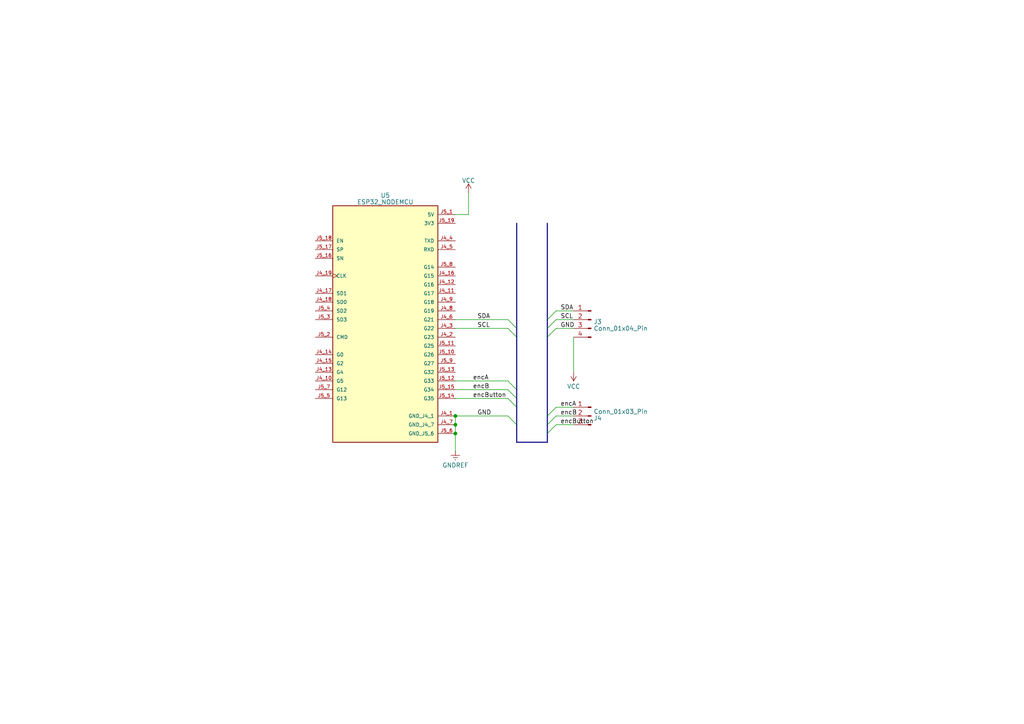
<source format=kicad_sch>
(kicad_sch (version 20230121) (generator eeschema)
  (paper "A4")
  (lib_symbols
    (symbol "AndrewLib:ESP32_NODEMCU" (pin_names (offset 1.016))
      (property "Reference" "U" (at -15.24 36.322 0))
      (property "Value" "ESP32_NODEMCU" (at -15.24 -35.56 0))
      (symbol "ESP32_NODEMCU_0_0"
        (rectangle (start -15.24 -33.02) (end 15.24 35.56) (stroke (width 0.254)) (fill (type background)))
        (pin power_in line (at 20.32 -25.4 180) (length 5.08) (name "GND_J4_1") (number "J4_1"))
        (pin bidirectional line (at -20.32 -15.24 0) (length 5.08) (name "G5") (number "J4_10"))
        (pin bidirectional line (at 20.32 10.16 180) (length 5.08) (name "G17") (number "J4_11"))
        (pin bidirectional line (at 20.32 12.7 180) (length 5.08) (name "G16") (number "J4_12"))
        (pin bidirectional line (at -20.32 -12.7 0) (length 5.08) (name "G4") (number "J4_13"))
        (pin bidirectional line (at -20.32 -7.62 0) (length 5.08) (name "G0") (number "J4_14"))
        (pin bidirectional line (at -20.32 -10.16 0) (length 5.08) (name "G2") (number "J4_15"))
        (pin bidirectional line (at 20.32 15.24 180) (length 5.08) (name "G15") (number "J4_16"))
        (pin bidirectional line (at -20.32 10.16 0) (length 5.08) (name "SD1") (number "J4_17"))
        (pin bidirectional line (at -20.32 7.62 0) (length 5.08) (name "SD0") (number "J4_18"))
        (pin input clock (at -20.32 15.24 0) (length 5.08) (name "CLK") (number "J4_19"))
        (pin bidirectional line (at 20.32 -2.54 180) (length 5.08) (name "G23") (number "J4_2"))
        (pin bidirectional line (at 20.32 0 180) (length 5.08) (name "G22") (number "J4_3"))
        (pin output line (at 20.32 25.4 180) (length 5.08) (name "TXD") (number "J4_4"))
        (pin input line (at 20.32 22.86 180) (length 5.08) (name "RXD") (number "J4_5"))
        (pin bidirectional line (at 20.32 2.54 180) (length 5.08) (name "G21") (number "J4_6"))
        (pin power_in line (at 20.32 -27.94 180) (length 5.08) (name "GND_J4_7") (number "J4_7"))
        (pin bidirectional line (at 20.32 5.08 180) (length 5.08) (name "G19") (number "J4_8"))
        (pin bidirectional line (at 20.32 7.62 180) (length 5.08) (name "G18") (number "J4_9"))
        (pin power_in line (at 20.32 33.02 180) (length 5.08) (name "5V") (number "J5_1"))
        (pin bidirectional line (at 20.32 -7.62 180) (length 5.08) (name "G26") (number "J5_10"))
        (pin bidirectional line (at 20.32 -5.08 180) (length 5.08) (name "G25") (number "J5_11"))
        (pin bidirectional line (at 20.32 -15.24 180) (length 5.08) (name "G33") (number "J5_12"))
        (pin bidirectional line (at 20.32 -12.7 180) (length 5.08) (name "G32") (number "J5_13"))
        (pin bidirectional line (at 20.32 -20.32 180) (length 5.08) (name "G35") (number "J5_14"))
        (pin bidirectional line (at 20.32 -17.78 180) (length 5.08) (name "G34") (number "J5_15"))
        (pin input line (at -20.32 20.32 0) (length 5.08) (name "SN") (number "J5_16"))
        (pin input line (at -20.32 22.86 0) (length 5.08) (name "SP") (number "J5_17"))
        (pin input line (at -20.32 25.4 0) (length 5.08) (name "EN") (number "J5_18"))
        (pin power_in line (at 20.32 30.48 180) (length 5.08) (name "3V3") (number "J5_19"))
        (pin bidirectional line (at -20.32 -2.54 0) (length 5.08) (name "CMD") (number "J5_2"))
        (pin bidirectional line (at -20.32 2.54 0) (length 5.08) (name "SD3") (number "J5_3"))
        (pin bidirectional line (at -20.32 5.08 0) (length 5.08) (name "SD2") (number "J5_4"))
        (pin bidirectional line (at -20.32 -20.32 0) (length 5.08) (name "G13") (number "J5_5"))
        (pin power_in line (at 20.32 -30.48 180) (length 5.08) (name "GND_J5_6") (number "J5_6"))
        (pin bidirectional line (at -20.32 -17.78 0) (length 5.08) (name "G12") (number "J5_7"))
        (pin bidirectional line (at 20.32 17.78 180) (length 5.08) (name "G14") (number "J5_8"))
        (pin bidirectional line (at 20.32 -10.16 180) (length 5.08) (name "G27") (number "J5_9"))
      )
    )
    (symbol "Connector:Conn_01x03_Pin" (pin_names (offset 1.016) hide)
      (property "Reference" "J" (at 0 5.08 0))
      (property "Value" "Conn_01x03_Pin" (at 0 -5.08 0))
      (symbol "Conn_01x03_Pin_1_1"
        (polyline (pts (xy 1.27 -2.54) (xy 0.8636 -2.54)) (stroke (width 0.1524)))
        (polyline (pts (xy 1.27 0) (xy 0.8636 0)) (stroke (width 0.1524)))
        (polyline (pts (xy 1.27 2.54) (xy 0.8636 2.54)) (stroke (width 0.1524)))
        (rectangle (start 0.8636 -2.413) (end 0 -2.667) (stroke (width 0.1524)) (fill (type outline)))
        (rectangle (start 0.8636 0.127) (end 0 -0.127) (stroke (width 0.1524)) (fill (type outline)))
        (rectangle (start 0.8636 2.667) (end 0 2.413) (stroke (width 0.1524)) (fill (type outline)))
        (pin passive line (at 5.08 2.54 180) (length 3.81) (name "Pin_1") (number "1"))
        (pin passive line (at 5.08 0 180) (length 3.81) (name "Pin_2") (number "2"))
        (pin passive line (at 5.08 -2.54 180) (length 3.81) (name "Pin_3") (number "3"))
      )
    )
    (symbol "Connector:Conn_01x04_Pin" (pin_names (offset 1.016) hide)
      (property "Reference" "J" (at 0 5.08 0))
      (property "Value" "Conn_01x04_Pin" (at 0 -7.62 0))
      (symbol "Conn_01x04_Pin_1_1"
        (polyline (pts (xy 1.27 -5.08) (xy 0.8636 -5.08)) (stroke (width 0.1524)))
        (polyline (pts (xy 1.27 -2.54) (xy 0.8636 -2.54)) (stroke (width 0.1524)))
        (polyline (pts (xy 1.27 0) (xy 0.8636 0)) (stroke (width 0.1524)))
        (polyline (pts (xy 1.27 2.54) (xy 0.8636 2.54)) (stroke (width 0.1524)))
        (rectangle (start 0.8636 -4.953) (end 0 -5.207) (stroke (width 0.1524)) (fill (type outline)))
        (rectangle (start 0.8636 -2.413) (end 0 -2.667) (stroke (width 0.1524)) (fill (type outline)))
        (rectangle (start 0.8636 0.127) (end 0 -0.127) (stroke (width 0.1524)) (fill (type outline)))
        (rectangle (start 0.8636 2.667) (end 0 2.413) (stroke (width 0.1524)) (fill (type outline)))
        (pin passive line (at 5.08 2.54 180) (length 3.81) (name "Pin_1") (number "1"))
        (pin passive line (at 5.08 0 180) (length 3.81) (name "Pin_2") (number "2"))
        (pin passive line (at 5.08 -2.54 180) (length 3.81) (name "Pin_3") (number "3"))
        (pin passive line (at 5.08 -5.08 180) (length 3.81) (name "Pin_4") (number "4"))
      )
    )
    (symbol "power:GNDREF" (power) (pin_names (offset 0))
      (property "Value" "GNDREF" (at 0 -3.81 0))
      (symbol "GNDREF_0_1"
        (polyline (pts (xy -0.635 -1.905) (xy 0.635 -1.905)))
        (polyline (pts (xy -0.127 -2.54) (xy 0.127 -2.54)))
        (polyline (pts (xy 0 -1.27) (xy 0 0)))
        (polyline (pts (xy 1.27 -1.27) (xy -1.27 -1.27)))
      )
      (symbol "GNDREF_1_1"
        (pin power_in line (at 0 0 270) (length 0) hide (name "GNDREF") (number "1"))
      )
    )
    (symbol "power:VCC" (power) (pin_names (offset 0))
      (property "Value" "VCC" (at 0 3.81 0))
      (symbol "VCC_0_1"
        (polyline (pts (xy -0.762 1.27) (xy 0 2.54)))
        (polyline (pts (xy 0 0) (xy 0 2.54)))
        (polyline (pts (xy 0 2.54) (xy 0.762 1.27)))
      )
      (symbol "VCC_1_1"
        (pin power_in line (at 0 0 90) (length 0) hide (name "VCC") (number "1"))
      )
    )
  )
  (junction (at 132.08 120.65))
  (junction (at 132.08 125.73))
  (junction (at 132.08 123.19))
  (bus_entry (at 158.75 125.73) (size 2.54 -2.54))
  (bus_entry (at 158.75 120.65) (size 2.54 -2.54))
  (bus_entry (at 149.86 113.03) (size -2.54 -2.54))
  (bus_entry (at 149.86 118.11) (size -2.54 -2.54))
  (bus_entry (at 158.75 123.19) (size 2.54 -2.54))
  (bus_entry (at 158.75 95.25) (size 2.54 -2.54))
  (bus_entry (at 149.86 115.57) (size -2.54 -2.54))
  (bus_entry (at 149.86 123.19) (size -2.54 -2.54))
  (bus_entry (at 149.86 97.79) (size -2.54 -2.54))
  (bus_entry (at 158.75 92.71) (size 2.54 -2.54))
  (bus_entry (at 158.75 97.79) (size 2.54 -2.54))
  (bus_entry (at 149.86 95.25) (size -2.54 -2.54))
  (wire (pts (xy 132.08 110.49) (xy 147.32 110.49)))
  (bus (pts (xy 158.75 120.65) (xy 158.75 123.19)))
  (wire (pts (xy 161.29 120.65) (xy 166.37 120.65)))
  (bus (pts (xy 158.75 123.19) (xy 158.75 125.73)))
  (bus (pts (xy 149.86 95.25) (xy 149.86 97.79)))
  (wire (pts (xy 132.08 125.73) (xy 132.08 130.81)))
  (bus (pts (xy 149.86 97.79) (xy 149.86 113.03)))
  (bus (pts (xy 158.75 95.25) (xy 158.75 97.79)))
  (wire (pts (xy 132.08 92.71) (xy 147.32 92.71)))
  (bus (pts (xy 149.86 118.11) (xy 149.86 123.19)))
  (wire (pts (xy 132.08 115.57) (xy 147.32 115.57)))
  (wire (pts (xy 161.29 95.25) (xy 166.37 95.25)))
  (wire (pts (xy 132.08 120.65) (xy 147.32 120.65)))
  (wire (pts (xy 161.29 90.17) (xy 166.37 90.17)))
  (wire (pts (xy 132.08 95.25) (xy 147.32 95.25)))
  (bus (pts (xy 149.86 128.27) (xy 158.75 128.27)))
  (wire (pts (xy 161.29 118.11) (xy 166.37 118.11)))
  (wire (pts (xy 161.29 92.71) (xy 166.37 92.71)))
  (wire (pts (xy 132.08 120.65) (xy 132.08 123.19)))
  (wire (pts (xy 132.08 62.23) (xy 135.89 62.23)))
  (wire (pts (xy 132.08 123.19) (xy 132.08 125.73)))
  (wire (pts (xy 135.89 62.23) (xy 135.89 55.88)))
  (wire (pts (xy 161.29 123.19) (xy 166.37 123.19)))
  (bus (pts (xy 158.75 92.71) (xy 158.75 95.25)))
  (wire (pts (xy 132.08 113.03) (xy 147.32 113.03)))
  (wire (pts (xy 166.37 97.79) (xy 166.37 107.95)))
  (bus (pts (xy 158.75 97.79) (xy 158.75 120.65)))
  (bus (pts (xy 158.75 125.73) (xy 158.75 128.27)))
  (bus (pts (xy 149.86 64.77) (xy 149.86 95.25)))
  (bus (pts (xy 158.75 64.77) (xy 158.75 92.71)))
  (bus (pts (xy 149.86 123.19) (xy 149.86 128.27)))
  (bus (pts (xy 149.86 113.03) (xy 149.86 115.57)))
  (bus (pts (xy 149.86 115.57) (xy 149.86 118.11)))
  (label "encButton" (at 137.16 115.57 0))
  (label "encB" (at 137.16 113.03 0))
  (label "encButton" (at 162.56 123.19 0))
  (label "encB" (at 162.56 120.65 0))
  (label "encA" (at 162.56 118.11 0))
  (label "SDA" (at 162.56 90.17 0))
  (label "encA" (at 137.16 110.49 0))
  (label "SDA" (at 138.43 92.71 0))
  (label "SCL" (at 138.43 95.25 0))
  (label "GND" (at 138.43 120.65 0))
  (label "SCL" (at 162.56 92.71 0))
  (label "GND" (at 162.56 95.25 0))
  (symbol (lib_id "power:GNDREF") (at 132.08 130.81 0) (unit 1)
    (property "Reference" "#PWR023" (effects hide))
    (property "Value" "GNDREF" (at 132.08 134.9455 0))
  )
  (symbol (lib_id "Connector:Conn_01x03_Pin") (at 171.45 120.65 0) (mirror y) (unit 1)
    (property "Reference" "J4" (at 172.1612 121.2937 0) (effects (justify right)))
    (property "Value" "Conn_01x03_Pin" (at 172.1612 119.3727 0) (effects (justify right)))
    (property "Footprint" "Connector_JST:JST_EH_B3B-EH-A_1x03_P2.50mm_Vertical" (effects hide))
  )
  (symbol (lib_id "AndrewLib:ESP32_NODEMCU") (at 111.76 95.25 0) (unit 1)
    (property "Reference" "U5" (at 111.76 56.6801 0))
    (property "Value" "ESP32_NODEMCU" (at 111.76 58.6011 0))
    (property "Footprint" "AndrewLib:MODULE_ESP32_NODEMCU" (effects hide))
    (property "MF" "Espressif Systems" (effects hide))
    (property "MAXIMUM_PACKAGE_HEIGHT" "6.6 mm" (effects hide))
    (property "Package" "Package" (effects hide))
    (property "Price" "None" (effects hide))
    (property "Check_prices" "https://www.snapeda.com/parts/ESP32%20NodeMCU/Espressif+Systems/view-part/?ref=eda" (effects hide))
    (property "STANDARD" "Manufacturer Recommendations" (effects hide))
    (property "SnapEDA_Link" "https://www.snapeda.com/parts/ESP32%20NodeMCU/Espressif+Systems/view-part/?ref=snap" (effects hide))
    (property "MP" "ESP32 NodeMCU" (effects hide))
    (property "Description" "\nNodeMCU is an open source loT platform. ESP32 is a series of low cost, low power\nsystem-on-chip (SoC) microcontrollers with integrated Wi-Fi & dual-mode Bluetooth.\n" (effects hide))
    (property "Availability" "Not in stock" (effects hide))
    (property "MANUFACTURER" "Espressif" (effects hide))
  )
  (symbol (lib_id "Connector:Conn_01x04_Pin") (at 171.45 92.71 0) (mirror y) (unit 1)
    (property "Reference" "J3" (at 172.1612 93.3363 0) (effects (justify right)))
    (property "Value" "Conn_01x04_Pin" (at 172.1612 95.2573 0) (effects (justify right)))
    (property "Footprint" "Connector_JST:JST_EH_B4B-EH-A_1x04_P2.50mm_Vertical" (effects hide))
  )
  (symbol (lib_id "power:VCC") (at 166.37 107.95 180) (unit 1)
    (property "Reference" "#PWR025" (effects hide))
    (property "Value" "VCC" (at 166.37 112.0855 0))
  )
  (symbol (lib_id "power:VCC") (at 135.89 55.88 0) (unit 1)
    (property "Reference" "#PWR024" (effects hide))
    (property "Value" "VCC" (at 135.89 52.3781 0))
  )
)
</source>
